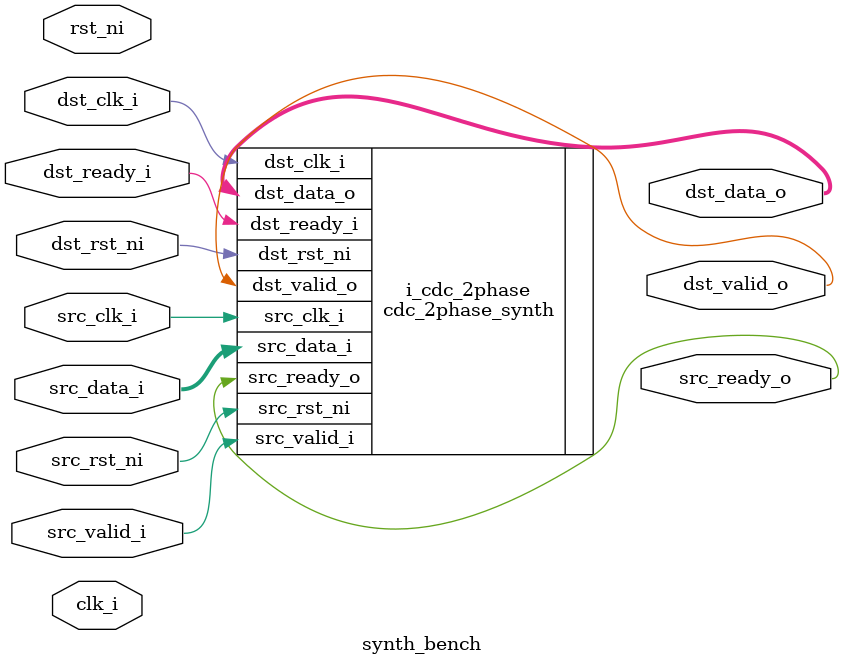
<source format=sv>

module synth_bench (
    input  logic        clk_i,
    input  logic        rst_ni,

    input  logic        src_rst_ni,
    input  logic        src_clk_i,
    input  logic [31:0] src_data_i,
    input  logic        src_valid_i,
    output logic        src_ready_o,

    input  logic        dst_rst_ni,
    input  logic        dst_clk_i,
    output logic [31:0] dst_data_o,
    output logic        dst_valid_o,
    input  logic        dst_ready_i
);

    cdc_2phase_synth i_cdc_2phase (
        .src_rst_ni     (src_rst_ni),
        .src_clk_i      (src_clk_i),
        .src_data_i     (src_data_i),
        .src_valid_i    (src_valid_i),
        .src_ready_o    (src_ready_o),

        .dst_rst_ni     (dst_rst_ni),
        .dst_clk_i      (dst_clk_i),
        .dst_data_o     (dst_data_o),
        .dst_valid_o    (dst_valid_o),
        .dst_ready_i    (dst_ready_i)
    );

    id_queue_synth i_id_queue (
        .clk_i  (clk_i),
        .rst_ni (rst_ni)
    );

    stream_arbiter_synth i_stream_arbiter (
        .clk_i,
        .rst_ni
    );

    ecc_synth i_ecc ();

endmodule

</source>
